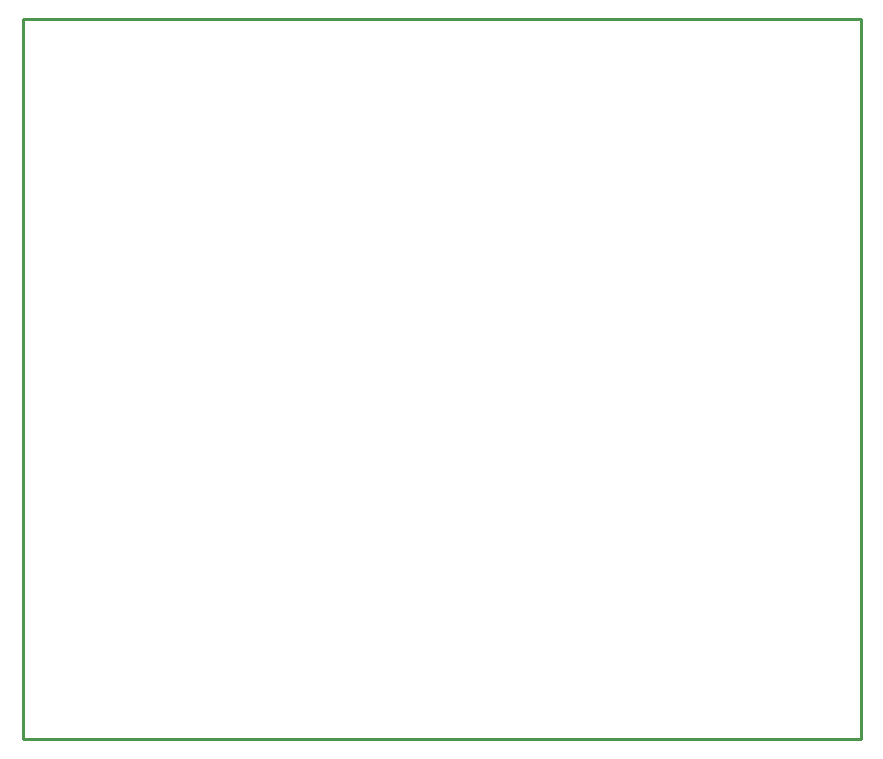
<source format=gko>
G04 Layer: BoardOutlineLayer*
G04 EasyEDA v6.5.40, 2024-02-02 08:41:29*
G04 Gerber Generator version 0.2*
G04 Scale: 100 percent, Rotated: No, Reflected: No *
G04 Dimensions in millimeters *
G04 leading zeros omitted , absolute positions ,4 integer and 5 decimal *
%FSLAX45Y45*%
%MOMM*%

%ADD10C,0.2500*%
D10*
X106Y-83D02*
G01*
X7099406Y-83D01*
X7099300Y6096000D01*
X7099300Y6096000D02*
G01*
X109Y6095918D01*
X109Y-81D01*

%LPD*%
M02*

</source>
